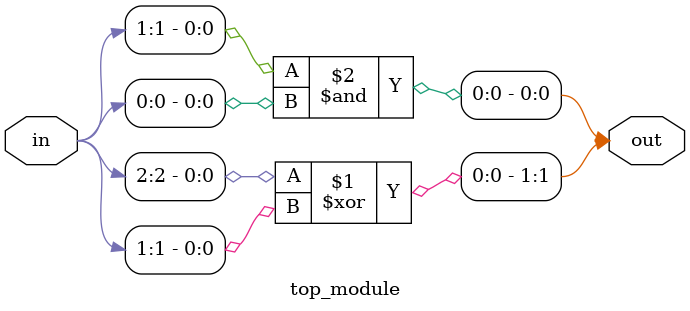
<source format=sv>
module top_module (
  input [2:0] in,
  output [1:0] out
);

  assign out[1] = in[2] ^ in[1]; // out[1] is the XOR of in[2] and in[1]
  assign out[0] = in[1] & in[0]; // out[0] is the AND of in[1] and in[0]

endmodule

</source>
